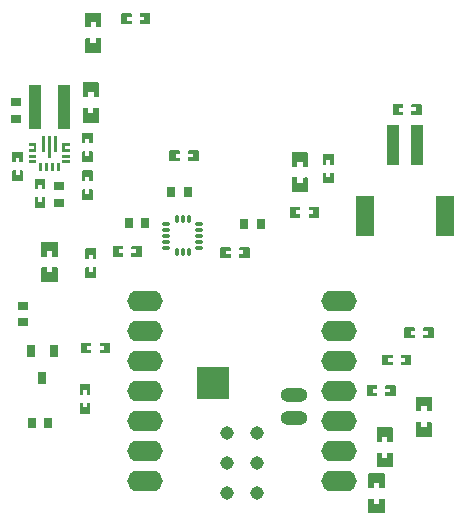
<source format=gtp>
G04 Layer: TopPasteMaskLayer*
G04 Panelize: , Column: 1, Row: 1, Board Size: 40mm x 44mm, Panelized Board Size: 40mm x 44mm*
G04 EasyEDA v6.5.51, 2026-01-13 16:39:07*
G04 a5c53f55c5354db29aced8c5a8fdd219,809016d531f24495855ce7608cadcef1,10*
G04 Gerber Generator version 0.2*
G04 Scale: 100 percent, Rotated: No, Reflected: No *
G04 Dimensions in millimeters *
G04 leading zeros omitted , absolute positions ,4 integer and 5 decimal *
%FSLAX45Y45*%
%MOMM*%

%ADD10R,0.9000X0.8000*%
%ADD11R,1.0000X3.5000*%
%ADD12R,1.5000X3.4000*%
%ADD13R,1.0000X3.8000*%
%ADD14R,0.8000X0.9000*%
%ADD15O,2.299995X1.199998*%
%ADD16O,2.999994X1.750009*%
%ADD17C,1.1430*%
%ADD18R,2.8000X2.8000*%
%ADD19R,0.0124X2.8000*%
%ADD20R,0.8000X1.0000*%
%ADD21O,0.799998X0.28001*%
%ADD22O,0.28001X0.799998*%

%LPD*%
G36*
X1859483Y8284972D02*
G01*
X1854504Y8279993D01*
X1854504Y8257184D01*
X1891487Y8257184D01*
X1891487Y8224164D01*
X1854504Y8224164D01*
X1854504Y8199983D01*
X1859483Y8195005D01*
X1939493Y8195005D01*
X1944522Y8199983D01*
X1944522Y8279993D01*
X1939493Y8284972D01*
G37*
G36*
X1700479Y8284972D02*
G01*
X1695500Y8279993D01*
X1695500Y8199983D01*
X1700479Y8195005D01*
X1780489Y8195005D01*
X1785518Y8199983D01*
X1785518Y8222792D01*
X1748485Y8222792D01*
X1748485Y8255762D01*
X1785518Y8255762D01*
X1785518Y8279993D01*
X1780489Y8284972D01*
G37*
G36*
X2110486Y7125004D02*
G01*
X2105507Y7119975D01*
X2105507Y7039965D01*
X2110486Y7034987D01*
X2190496Y7034987D01*
X2195474Y7039965D01*
X2195474Y7062774D01*
X2158492Y7062774D01*
X2158492Y7095794D01*
X2195474Y7095794D01*
X2195474Y7119975D01*
X2190496Y7125004D01*
G37*
G36*
X2269490Y7125004D02*
G01*
X2264511Y7119975D01*
X2264511Y7097166D01*
X2301494Y7097166D01*
X2301494Y7064197D01*
X2264511Y7064197D01*
X2264511Y7039965D01*
X2269490Y7034987D01*
X2349500Y7034987D01*
X2354478Y7039965D01*
X2354478Y7119975D01*
X2349500Y7125004D01*
G37*
G36*
X4195978Y5039969D02*
G01*
X4191000Y5034991D01*
X4191000Y4919980D01*
X4195978Y4915001D01*
X4237990Y4915509D01*
X4237990Y4959502D01*
X4282998Y4959502D01*
X4282998Y4914493D01*
X4323994Y4915001D01*
X4328972Y4919980D01*
X4328972Y5034991D01*
X4323994Y5039969D01*
G37*
G36*
X4195978Y4824984D02*
G01*
X4191000Y4820005D01*
X4191000Y4704994D01*
X4195978Y4700016D01*
X4323994Y4700016D01*
X4328972Y4704994D01*
X4328972Y4820005D01*
X4323994Y4824984D01*
X4282998Y4824476D01*
X4282998Y4780483D01*
X4237990Y4780483D01*
X4237990Y4824984D01*
G37*
G36*
X3145993Y7109968D02*
G01*
X3141014Y7104989D01*
X3141014Y6989978D01*
X3145993Y6985000D01*
X3188004Y6985508D01*
X3188004Y7029500D01*
X3233013Y7029500D01*
X3233013Y6984492D01*
X3274009Y6985000D01*
X3278987Y6989978D01*
X3278987Y7104989D01*
X3274009Y7109968D01*
G37*
G36*
X3145993Y6894982D02*
G01*
X3141014Y6890003D01*
X3141014Y6774992D01*
X3145993Y6769963D01*
X3274009Y6769963D01*
X3278987Y6774992D01*
X3278987Y6890003D01*
X3274009Y6894982D01*
X3233013Y6894474D01*
X3233013Y6850481D01*
X3188004Y6850481D01*
X3188004Y6894982D01*
G37*
G36*
X1417015Y7484973D02*
G01*
X1376019Y7484465D01*
X1370990Y7479487D01*
X1370990Y7364475D01*
X1376019Y7359497D01*
X1503984Y7359497D01*
X1509014Y7364475D01*
X1509014Y7479487D01*
X1503984Y7484465D01*
X1462024Y7484008D01*
X1462024Y7440015D01*
X1417015Y7440015D01*
G37*
G36*
X1376019Y7700467D02*
G01*
X1370990Y7695488D01*
X1370990Y7580477D01*
X1376019Y7575499D01*
X1417980Y7575956D01*
X1417980Y7620000D01*
X1462989Y7620000D01*
X1462989Y7574991D01*
X1503984Y7575499D01*
X1509014Y7580477D01*
X1509014Y7695488D01*
X1503984Y7700467D01*
G37*
G36*
X1395984Y8290458D02*
G01*
X1391005Y8285480D01*
X1391005Y8170468D01*
X1395984Y8165490D01*
X1437995Y8165998D01*
X1437995Y8209991D01*
X1483004Y8209991D01*
X1483004Y8164982D01*
X1524000Y8165490D01*
X1528978Y8170468D01*
X1528978Y8285480D01*
X1524000Y8290458D01*
G37*
G36*
X1436979Y8075015D02*
G01*
X1395984Y8074507D01*
X1391005Y8069478D01*
X1391005Y7954467D01*
X1395984Y7949488D01*
X1524000Y7949488D01*
X1528978Y7954467D01*
X1528978Y8069478D01*
X1524000Y8074507D01*
X1481988Y8073999D01*
X1481988Y8030006D01*
X1436979Y8030006D01*
G37*
G36*
X779983Y6955485D02*
G01*
X775004Y6950506D01*
X775004Y6870496D01*
X779983Y6865467D01*
X859993Y6865467D01*
X864971Y6870496D01*
X864971Y6950506D01*
X859993Y6955485D01*
X837184Y6955485D01*
X837184Y6918502D01*
X804214Y6918502D01*
X804214Y6955485D01*
G37*
G36*
X779983Y7114489D02*
G01*
X775004Y7109510D01*
X775004Y7029500D01*
X779983Y7024471D01*
X802792Y7024471D01*
X802792Y7061504D01*
X835812Y7061504D01*
X835812Y7024471D01*
X859993Y7024471D01*
X865022Y7029500D01*
X865022Y7109510D01*
X859993Y7114489D01*
G37*
G36*
X969975Y6725462D02*
G01*
X964996Y6720484D01*
X964996Y6640474D01*
X969975Y6635496D01*
X1049985Y6635496D01*
X1055014Y6640474D01*
X1055014Y6720484D01*
X1049985Y6725462D01*
X1027176Y6725462D01*
X1027176Y6688480D01*
X994206Y6688480D01*
X994206Y6725462D01*
G37*
G36*
X969975Y6884466D02*
G01*
X964996Y6879488D01*
X964996Y6799478D01*
X969975Y6794500D01*
X992784Y6794500D01*
X992784Y6831482D01*
X1025804Y6831482D01*
X1025804Y6794500D01*
X1049985Y6794500D01*
X1055014Y6799478D01*
X1055014Y6879488D01*
X1049985Y6884466D01*
G37*
G36*
X4000500Y7514996D02*
G01*
X3995470Y7509967D01*
X3995470Y7430008D01*
X4000500Y7424978D01*
X4080510Y7424978D01*
X4085488Y7430008D01*
X4085488Y7452766D01*
X4048506Y7452766D01*
X4048506Y7485786D01*
X4085488Y7485786D01*
X4085488Y7509967D01*
X4080510Y7514996D01*
G37*
G36*
X4159504Y7514996D02*
G01*
X4154474Y7509967D01*
X4154474Y7487208D01*
X4191508Y7487208D01*
X4191508Y7454188D01*
X4154474Y7454188D01*
X4154474Y7429957D01*
X4159504Y7424978D01*
X4239514Y7424978D01*
X4244492Y7429957D01*
X4244492Y7509967D01*
X4239514Y7514996D01*
G37*
G36*
X1369974Y6954469D02*
G01*
X1364996Y6949490D01*
X1364996Y6869480D01*
X1369974Y6864502D01*
X1392783Y6864502D01*
X1392783Y6901484D01*
X1425803Y6901484D01*
X1425803Y6864502D01*
X1449984Y6864502D01*
X1455013Y6869480D01*
X1455013Y6949490D01*
X1449984Y6954469D01*
G37*
G36*
X1369974Y6795465D02*
G01*
X1364996Y6790486D01*
X1364996Y6710476D01*
X1369974Y6705498D01*
X1449984Y6705498D01*
X1455013Y6710476D01*
X1455013Y6790486D01*
X1449984Y6795465D01*
X1427175Y6795465D01*
X1427175Y6758482D01*
X1394206Y6758482D01*
X1394206Y6795465D01*
G37*
G36*
X1369974Y7274509D02*
G01*
X1364996Y7269480D01*
X1364996Y7189470D01*
X1369974Y7184491D01*
X1392783Y7184491D01*
X1392783Y7221474D01*
X1425803Y7221474D01*
X1425803Y7184491D01*
X1449984Y7184491D01*
X1455013Y7189470D01*
X1455013Y7269480D01*
X1449984Y7274509D01*
G37*
G36*
X1369974Y7115505D02*
G01*
X1364996Y7110475D01*
X1364996Y7030466D01*
X1369974Y7025487D01*
X1449984Y7025487D01*
X1455013Y7030466D01*
X1455013Y7110475D01*
X1449984Y7115505D01*
X1427175Y7115505D01*
X1427175Y7078472D01*
X1394206Y7078472D01*
X1394206Y7115505D01*
G37*
G36*
X1002487Y7013702D02*
G01*
X1002487Y6953707D01*
X1027480Y6953707D01*
X1027480Y7013702D01*
G37*
G36*
X1052474Y7013702D02*
G01*
X1052474Y6953707D01*
X1077518Y6953707D01*
X1077518Y7013702D01*
G37*
G36*
X1102512Y7013702D02*
G01*
X1102512Y6953707D01*
X1127506Y6953707D01*
X1127506Y7013702D01*
G37*
G36*
X1152499Y7013702D02*
G01*
X1152499Y6953707D01*
X1177493Y6953707D01*
X1177493Y7013702D01*
G37*
G36*
X1199997Y7038746D02*
G01*
X1199997Y7013752D01*
X1259992Y7013752D01*
X1259992Y7038746D01*
G37*
G36*
X1199997Y7088733D02*
G01*
X1199997Y7063740D01*
X1259992Y7063740D01*
X1259992Y7088733D01*
G37*
G36*
X1127506Y7243267D02*
G01*
X1127506Y7108291D01*
X1152499Y7108291D01*
X1152499Y7243267D01*
G37*
G36*
X1077518Y7243267D02*
G01*
X1077518Y7063282D01*
X1102512Y7063282D01*
X1102512Y7243267D01*
G37*
G36*
X1027480Y7243267D02*
G01*
X1027480Y7108291D01*
X1052474Y7108291D01*
X1052474Y7243267D01*
G37*
G36*
X919987Y7088784D02*
G01*
X919987Y7063790D01*
X979982Y7063790D01*
X979982Y7088784D01*
G37*
G36*
X919987Y7038746D02*
G01*
X919987Y7013752D01*
X979982Y7013752D01*
X979982Y7038746D01*
G37*
G36*
X919987Y7188708D02*
G01*
X919987Y7163663D01*
X954989Y7163663D01*
X954989Y7138670D01*
X919987Y7138670D01*
X919987Y7113676D01*
X979982Y7113676D01*
X979982Y7188708D01*
G37*
G36*
X1199997Y7188860D02*
G01*
X1199997Y7113828D01*
X1259992Y7113828D01*
X1259992Y7138822D01*
X1224991Y7138822D01*
X1224991Y7163816D01*
X1259992Y7163816D01*
X1259992Y7188860D01*
G37*
G36*
X3780485Y5134965D02*
G01*
X3775506Y5129987D01*
X3775506Y5049977D01*
X3780485Y5044998D01*
X3860495Y5044998D01*
X3865473Y5049977D01*
X3865473Y5072786D01*
X3828491Y5072786D01*
X3828491Y5105806D01*
X3865473Y5105806D01*
X3865473Y5129987D01*
X3860495Y5134965D01*
G37*
G36*
X3939489Y5134965D02*
G01*
X3934510Y5129987D01*
X3934510Y5107178D01*
X3971493Y5107178D01*
X3971493Y5074208D01*
X3934510Y5074208D01*
X3934510Y5049977D01*
X3939489Y5044998D01*
X4019499Y5044998D01*
X4024477Y5049977D01*
X4024477Y5129987D01*
X4019499Y5134965D01*
G37*
G36*
X1519478Y5494985D02*
G01*
X1514500Y5490006D01*
X1514500Y5467197D01*
X1551482Y5467197D01*
X1551482Y5434177D01*
X1514500Y5434177D01*
X1514500Y5409996D01*
X1519478Y5404967D01*
X1599488Y5404967D01*
X1604518Y5409996D01*
X1604518Y5490006D01*
X1599488Y5494985D01*
G37*
G36*
X1360474Y5494985D02*
G01*
X1355496Y5490006D01*
X1355496Y5409996D01*
X1360474Y5404967D01*
X1440484Y5404967D01*
X1445514Y5409996D01*
X1445514Y5432806D01*
X1408480Y5432806D01*
X1408480Y5465775D01*
X1445514Y5465775D01*
X1445514Y5490006D01*
X1440484Y5494985D01*
G37*
G36*
X3410000Y6935470D02*
G01*
X3404971Y6930491D01*
X3404971Y6850481D01*
X3410000Y6845503D01*
X3490010Y6845503D01*
X3494989Y6850481D01*
X3494989Y6930491D01*
X3490010Y6935470D01*
X3467201Y6935470D01*
X3467201Y6898487D01*
X3434181Y6898487D01*
X3434181Y6935470D01*
G37*
G36*
X3410000Y7094474D02*
G01*
X3404971Y7089495D01*
X3404971Y7009485D01*
X3410000Y7004507D01*
X3432810Y7004507D01*
X3432810Y7041489D01*
X3465779Y7041489D01*
X3465779Y7004507D01*
X3490010Y7004507D01*
X3494989Y7009485D01*
X3494989Y7089495D01*
X3490010Y7094474D01*
G37*
G36*
X4100474Y5624982D02*
G01*
X4095496Y5620004D01*
X4095496Y5539994D01*
X4100474Y5535015D01*
X4180484Y5535015D01*
X4185513Y5539994D01*
X4185513Y5562803D01*
X4148480Y5562803D01*
X4148480Y5595772D01*
X4185513Y5595772D01*
X4185513Y5620004D01*
X4180484Y5624982D01*
G37*
G36*
X4259478Y5624982D02*
G01*
X4254500Y5620004D01*
X4254500Y5597194D01*
X4291482Y5597194D01*
X4291482Y5564174D01*
X4254500Y5564174D01*
X4254500Y5539994D01*
X4259478Y5534964D01*
X4339488Y5534964D01*
X4344466Y5539994D01*
X4344466Y5620004D01*
X4339488Y5624982D01*
G37*
G36*
X1026007Y6350000D02*
G01*
X1020978Y6344970D01*
X1020978Y6230010D01*
X1026007Y6224981D01*
X1068019Y6225489D01*
X1068019Y6269482D01*
X1112977Y6269482D01*
X1112977Y6224473D01*
X1153972Y6224981D01*
X1159002Y6230010D01*
X1159002Y6344970D01*
X1153972Y6350000D01*
G37*
G36*
X1026007Y6134963D02*
G01*
X1020978Y6129985D01*
X1020978Y6014974D01*
X1026007Y6009995D01*
X1153972Y6009995D01*
X1159002Y6014974D01*
X1159002Y6129985D01*
X1153972Y6134963D01*
X1112977Y6134506D01*
X1112977Y6090462D01*
X1068019Y6090462D01*
X1068019Y6134963D01*
G37*
G36*
X3836974Y4175506D02*
G01*
X3795979Y4174998D01*
X3791000Y4169968D01*
X3791000Y4055008D01*
X3795979Y4049979D01*
X3923995Y4049979D01*
X3928973Y4055008D01*
X3928973Y4169968D01*
X3923995Y4174998D01*
X3881983Y4174490D01*
X3881983Y4130497D01*
X3836974Y4130497D01*
G37*
G36*
X3795979Y4389983D02*
G01*
X3791000Y4385005D01*
X3791000Y4269994D01*
X3795979Y4265015D01*
X3836974Y4265472D01*
X3836974Y4309465D01*
X3881983Y4309465D01*
X3881983Y4265015D01*
X3923995Y4265015D01*
X3928973Y4269994D01*
X3928973Y4385005D01*
X3923995Y4389983D01*
G37*
G36*
X3906977Y4565497D02*
G01*
X3865981Y4564989D01*
X3861003Y4560011D01*
X3861003Y4445000D01*
X3865981Y4439970D01*
X3993997Y4439970D01*
X3998976Y4445000D01*
X3998976Y4560011D01*
X3993997Y4564989D01*
X3951986Y4564481D01*
X3951986Y4520488D01*
X3906977Y4520488D01*
G37*
G36*
X3865981Y4779975D02*
G01*
X3861003Y4774996D01*
X3861003Y4659985D01*
X3865981Y4655007D01*
X3906977Y4655515D01*
X3906977Y4699508D01*
X3951986Y4699508D01*
X3951986Y4655007D01*
X3993997Y4655007D01*
X3998976Y4659985D01*
X3998976Y4774996D01*
X3993997Y4779975D01*
G37*
G36*
X2699512Y6304991D02*
G01*
X2694482Y6299962D01*
X2694482Y6277203D01*
X2731516Y6277203D01*
X2731516Y6244183D01*
X2694482Y6244183D01*
X2694482Y6220002D01*
X2699512Y6214973D01*
X2779522Y6214973D01*
X2784500Y6220002D01*
X2784500Y6299962D01*
X2779522Y6304991D01*
G37*
G36*
X2540508Y6304991D02*
G01*
X2535478Y6300012D01*
X2535478Y6220002D01*
X2540508Y6214973D01*
X2620467Y6214973D01*
X2625496Y6220002D01*
X2625496Y6242812D01*
X2588514Y6242812D01*
X2588514Y6275781D01*
X2625496Y6275781D01*
X2625496Y6300012D01*
X2620467Y6304991D01*
G37*
G36*
X1630476Y6314998D02*
G01*
X1625498Y6309969D01*
X1625498Y6230010D01*
X1630476Y6224981D01*
X1710486Y6224981D01*
X1715516Y6230010D01*
X1715516Y6252768D01*
X1678482Y6252768D01*
X1678482Y6285788D01*
X1715516Y6285788D01*
X1715516Y6309969D01*
X1710486Y6314998D01*
G37*
G36*
X1789480Y6314998D02*
G01*
X1784502Y6309969D01*
X1784502Y6287211D01*
X1821484Y6287211D01*
X1821484Y6254191D01*
X1784502Y6254191D01*
X1784502Y6230010D01*
X1789480Y6224981D01*
X1869490Y6224981D01*
X1874520Y6230010D01*
X1874520Y6309969D01*
X1869490Y6314998D01*
G37*
G36*
X4069486Y5395010D02*
G01*
X4064508Y5389981D01*
X4064508Y5367172D01*
X4101490Y5367172D01*
X4101490Y5334203D01*
X4064508Y5334203D01*
X4064508Y5309971D01*
X4069486Y5304993D01*
X4149496Y5304993D01*
X4154474Y5309971D01*
X4154474Y5389981D01*
X4149496Y5395010D01*
G37*
G36*
X3910482Y5395010D02*
G01*
X3905504Y5389981D01*
X3905504Y5309971D01*
X3910482Y5304993D01*
X3990492Y5304993D01*
X3995470Y5309971D01*
X3995470Y5332780D01*
X3958488Y5332780D01*
X3958488Y5365800D01*
X3995470Y5365800D01*
X3995470Y5389981D01*
X3990492Y5395010D01*
G37*
G36*
X3130499Y6644995D02*
G01*
X3125470Y6639966D01*
X3125470Y6560007D01*
X3130499Y6554978D01*
X3210509Y6554978D01*
X3215487Y6560007D01*
X3215487Y6582765D01*
X3178505Y6582765D01*
X3178505Y6615785D01*
X3215487Y6615785D01*
X3215487Y6639966D01*
X3210509Y6644995D01*
G37*
G36*
X3289503Y6644995D02*
G01*
X3284474Y6639966D01*
X3284474Y6617208D01*
X3321507Y6617208D01*
X3321507Y6584188D01*
X3284474Y6584188D01*
X3284474Y6560007D01*
X3289503Y6554978D01*
X3369513Y6554978D01*
X3374491Y6560007D01*
X3374491Y6639966D01*
X3369513Y6644995D01*
G37*
G36*
X1399997Y6135471D02*
G01*
X1395018Y6130493D01*
X1395018Y6050483D01*
X1399997Y6045504D01*
X1480007Y6045504D01*
X1484985Y6050483D01*
X1484985Y6130493D01*
X1480007Y6135471D01*
X1457198Y6135471D01*
X1457198Y6098489D01*
X1424178Y6098489D01*
X1424178Y6135471D01*
G37*
G36*
X1399997Y6294475D02*
G01*
X1395018Y6289497D01*
X1395018Y6209487D01*
X1399997Y6204508D01*
X1422806Y6204508D01*
X1422806Y6241491D01*
X1455775Y6241491D01*
X1455775Y6204508D01*
X1480007Y6204508D01*
X1484985Y6209487D01*
X1484985Y6289497D01*
X1480007Y6294475D01*
G37*
G36*
X1350010Y5144516D02*
G01*
X1344980Y5139486D01*
X1344980Y5059476D01*
X1350010Y5054498D01*
X1372819Y5054498D01*
X1372819Y5091480D01*
X1405788Y5091480D01*
X1405788Y5054498D01*
X1430020Y5054498D01*
X1434998Y5059476D01*
X1434998Y5139486D01*
X1430020Y5144516D01*
G37*
G36*
X1350010Y4985512D02*
G01*
X1344980Y4980482D01*
X1344980Y4900472D01*
X1350010Y4895494D01*
X1429969Y4895494D01*
X1434998Y4900472D01*
X1434998Y4980482D01*
X1429969Y4985512D01*
X1407210Y4985512D01*
X1407210Y4948478D01*
X1374190Y4948478D01*
X1374190Y4985512D01*
G37*
D10*
G01*
X809995Y7529984D03*
G01*
X809995Y7389980D03*
D11*
G01*
X3999991Y7173518D03*
G01*
X4199991Y7173518D03*
D12*
G01*
X3764991Y6566458D03*
G01*
X4434992Y6566458D03*
D10*
G01*
X1170000Y6679996D03*
G01*
X1170000Y6819976D03*
D13*
G01*
X1210005Y7489977D03*
G01*
X970000Y7489977D03*
D10*
G01*
X870000Y5809995D03*
G01*
X870000Y5669991D03*
D14*
G01*
X2119985Y6769988D03*
G01*
X2259990Y6769988D03*
D15*
G01*
X3164687Y5049773D03*
G01*
X3164687Y4859273D03*
D16*
G01*
X1900681Y5850026D03*
G01*
X1900681Y5596026D03*
G01*
X1900681Y5342026D03*
G01*
X1900681Y5088026D03*
G01*
X1900681Y4834026D03*
G01*
X1900681Y4580026D03*
G01*
X1900681Y4326026D03*
G01*
X3539083Y5850839D03*
G01*
X3539083Y5596839D03*
G01*
X3539083Y5342839D03*
G01*
X3539083Y5088839D03*
G01*
X3539083Y4834839D03*
G01*
X3539083Y4580839D03*
G01*
X3539083Y4326839D03*
D17*
G01*
X2846984Y4224273D03*
G01*
X2592984Y4224273D03*
G01*
X2592984Y4478273D03*
G01*
X2846984Y4478273D03*
G01*
X2592984Y4732273D03*
G01*
X2846984Y4732273D03*
D18*
G01*
X2478786Y5150993D03*
D14*
G01*
X940003Y4819980D03*
G01*
X1080007Y4819980D03*
D20*
G01*
X934999Y5424982D03*
G01*
X1029995Y5194985D03*
G01*
X1125016Y5424982D03*
D14*
G01*
X2880004Y6499987D03*
G01*
X2739999Y6499987D03*
G01*
X1899996Y6509994D03*
G01*
X1759991Y6509994D03*
D21*
G01*
X2079980Y6499987D03*
G01*
X2079980Y6449974D03*
G01*
X2079980Y6399987D03*
G01*
X2079980Y6349974D03*
G01*
X2079980Y6299987D03*
D22*
G01*
X2169998Y6259982D03*
G01*
X2219985Y6259982D03*
G01*
X2269997Y6259982D03*
D21*
G01*
X2359990Y6299987D03*
G01*
X2359990Y6349974D03*
G01*
X2359990Y6399987D03*
G01*
X2359990Y6449974D03*
G01*
X2359990Y6499987D03*
D22*
G01*
X2269997Y6539966D03*
G01*
X2219985Y6539966D03*
G01*
X2169998Y6539966D03*
M02*

</source>
